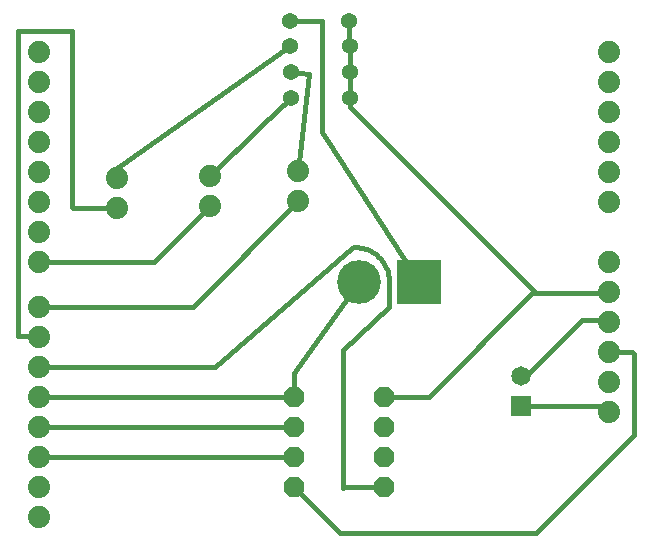
<source format=gbl>
G75*
G70*
%OFA0B0*%
%FSLAX24Y24*%
%IPPOS*%
%LPD*%
%AMOC8*
5,1,8,0,0,1.08239X$1,22.5*
%
%ADD10C,0.0740*%
%ADD11OC8,0.0680*%
%ADD12R,0.0650X0.0650*%
%ADD13C,0.0650*%
%ADD14C,0.0540*%
%ADD15C,0.1457*%
%ADD16R,0.1457X0.1457*%
%ADD17C,0.0160*%
D10*
X001509Y012260D03*
X001509Y013260D03*
X001509Y014260D03*
X001509Y015260D03*
X001509Y016260D03*
X001509Y017260D03*
X001509Y018260D03*
X001509Y019260D03*
X001509Y020760D03*
X001509Y021760D03*
X001509Y022760D03*
X001509Y023760D03*
X001509Y024760D03*
X001509Y025760D03*
X001509Y026760D03*
X001509Y027760D03*
X004104Y023571D03*
X004104Y022571D03*
X007200Y022618D03*
X007200Y023618D03*
X010138Y023785D03*
X010138Y022785D03*
X020509Y022760D03*
X020509Y023760D03*
X020509Y024760D03*
X020509Y025760D03*
X020509Y026760D03*
X020509Y027760D03*
X020509Y020760D03*
X020509Y019760D03*
X020509Y018760D03*
X020509Y017760D03*
X020509Y016760D03*
X020509Y015760D03*
D11*
X013009Y015274D03*
X013009Y014274D03*
X013009Y013274D03*
X013009Y016274D03*
X010009Y016274D03*
X010009Y015274D03*
X010009Y014274D03*
X010009Y013274D03*
D12*
X017548Y015964D03*
D13*
X017548Y016964D03*
D14*
X011851Y026248D03*
X011847Y027111D03*
X011843Y027952D03*
X011824Y028793D03*
X009856Y028793D03*
X009874Y027952D03*
X009879Y027111D03*
X009883Y026248D03*
D15*
X012155Y020093D03*
D16*
X014155Y020093D03*
D17*
X010914Y025087D01*
X010927Y028817D01*
X009856Y028793D01*
X009874Y027952D02*
X004104Y023888D01*
X004104Y023571D01*
X004104Y022571D02*
X002610Y022571D01*
X002610Y022589D01*
X002586Y022589D01*
X002586Y028468D01*
X000790Y028468D01*
X000790Y018289D01*
X001509Y018289D01*
X001509Y018260D01*
X001509Y017260D02*
X007372Y017260D01*
X011920Y021246D01*
X011921Y021246D02*
X011985Y021251D01*
X012049Y021253D01*
X012114Y021251D01*
X012178Y021245D01*
X012242Y021236D01*
X012305Y021223D01*
X012367Y021206D01*
X012428Y021186D01*
X012488Y021162D01*
X012547Y021134D01*
X012603Y021104D01*
X012658Y021070D01*
X012711Y021033D01*
X012761Y020993D01*
X012809Y020950D01*
X012855Y020904D01*
X012898Y020856D01*
X012938Y020805D01*
X012975Y020753D01*
X013008Y020698D01*
X013039Y020641D01*
X013066Y020583D01*
X013090Y020523D01*
X013110Y020461D01*
X013126Y020399D01*
X013139Y020336D01*
X013149Y020272D01*
X013149Y019280D01*
X011618Y017827D01*
X011618Y013235D01*
X011657Y013274D01*
X013009Y013274D01*
X011535Y011749D02*
X010009Y013274D01*
X009994Y014260D02*
X010009Y014274D01*
X009994Y014260D02*
X001509Y014260D01*
X001509Y015260D02*
X009994Y015260D01*
X010009Y015274D01*
X010009Y016274D02*
X001523Y016274D01*
X001509Y016260D01*
X001509Y019260D02*
X006613Y019260D01*
X010138Y022785D01*
X010138Y023785D02*
X010483Y027050D01*
X009879Y027111D01*
X009883Y026248D02*
X008925Y025343D01*
X007200Y023618D01*
X007200Y022618D02*
X005342Y020760D01*
X001509Y020760D01*
X010009Y017057D02*
X010009Y016274D01*
X010009Y017057D02*
X012155Y020093D01*
X013009Y016274D02*
X014477Y016274D01*
X017933Y019731D01*
X018068Y019731D01*
X011851Y025948D01*
X011851Y026248D01*
X011847Y026252D01*
X011847Y027111D01*
X011843Y027952D01*
X011824Y027971D01*
X011824Y028793D01*
X018068Y019731D02*
X020480Y019731D01*
X020509Y019760D01*
X020445Y018824D02*
X020509Y018760D01*
X020445Y018824D02*
X019576Y018824D01*
X017716Y016964D01*
X017548Y016964D01*
X017548Y015964D02*
X020305Y015964D01*
X020509Y015760D01*
X021314Y015008D02*
X018055Y011749D01*
X011535Y011749D01*
X020509Y017760D02*
X021267Y017760D01*
X021314Y017713D01*
X021314Y015008D01*
M02*

</source>
